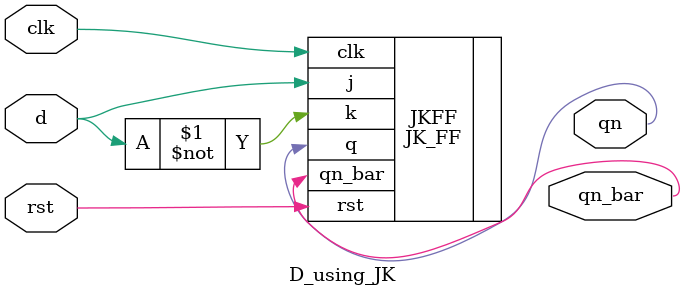
<source format=v>
`timescale 1ns / 1ps


module D_using_JK(
    input d,
    input rst,
    input clk,
    output qn,
    output qn_bar
    );
    JK_FF JKFF(.j(d),.k(~d),.clk(clk),.rst(rst),.q(qn),.qn_bar(qn_bar));
endmodule

</source>
